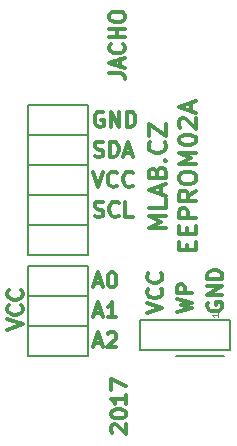
<source format=gbr>
G04 #@! TF.GenerationSoftware,KiCad,Pcbnew,(2017-02-05 revision 431abcf)-makepkg*
G04 #@! TF.CreationDate,2017-03-21T18:12:11+01:00*
G04 #@! TF.ProjectId,EEPROM02A,454550524F4D3032412E6B696361645F,REV*
G04 #@! TF.FileFunction,Legend,Top*
G04 #@! TF.FilePolarity,Positive*
%FSLAX46Y46*%
G04 Gerber Fmt 4.6, Leading zero omitted, Abs format (unit mm)*
G04 Created by KiCad (PCBNEW (2017-02-05 revision 431abcf)-makepkg) date 03/21/17 18:12:11*
%MOMM*%
%LPD*%
G01*
G04 APERTURE LIST*
%ADD10C,0.150000*%
%ADD11C,0.200000*%
%ADD12C,0.300000*%
%ADD13C,0.050000*%
G04 APERTURE END LIST*
D10*
D11*
X14986000Y9398000D02*
X19050000Y9398000D01*
D12*
X17638000Y13885476D02*
X17576095Y13761666D01*
X17576095Y13575952D01*
X17638000Y13390238D01*
X17761809Y13266428D01*
X17885619Y13204523D01*
X18133238Y13142619D01*
X18318952Y13142619D01*
X18566571Y13204523D01*
X18690380Y13266428D01*
X18814190Y13390238D01*
X18876095Y13575952D01*
X18876095Y13699761D01*
X18814190Y13885476D01*
X18752285Y13947380D01*
X18318952Y13947380D01*
X18318952Y13699761D01*
X18876095Y14504523D02*
X17576095Y14504523D01*
X18876095Y15247380D01*
X17576095Y15247380D01*
X18876095Y15866428D02*
X17576095Y15866428D01*
X17576095Y16175952D01*
X17638000Y16361666D01*
X17761809Y16485476D01*
X17885619Y16547380D01*
X18133238Y16609285D01*
X18318952Y16609285D01*
X18566571Y16547380D01*
X18690380Y16485476D01*
X18814190Y16361666D01*
X18876095Y16175952D01*
X18876095Y15866428D01*
X12496095Y13018809D02*
X13796095Y13452142D01*
X12496095Y13885476D01*
X13672285Y15061666D02*
X13734190Y14999761D01*
X13796095Y14814047D01*
X13796095Y14690238D01*
X13734190Y14504523D01*
X13610380Y14380714D01*
X13486571Y14318809D01*
X13238952Y14256904D01*
X13053238Y14256904D01*
X12805619Y14318809D01*
X12681809Y14380714D01*
X12558000Y14504523D01*
X12496095Y14690238D01*
X12496095Y14814047D01*
X12558000Y14999761D01*
X12619904Y15061666D01*
X13672285Y16361666D02*
X13734190Y16299761D01*
X13796095Y16114047D01*
X13796095Y15990238D01*
X13734190Y15804523D01*
X13610380Y15680714D01*
X13486571Y15618809D01*
X13238952Y15556904D01*
X13053238Y15556904D01*
X12805619Y15618809D01*
X12681809Y15680714D01*
X12558000Y15804523D01*
X12496095Y15990238D01*
X12496095Y16114047D01*
X12558000Y16299761D01*
X12619904Y16361666D01*
X9321095Y33303666D02*
X10249666Y33303666D01*
X10435380Y33241761D01*
X10559190Y33117952D01*
X10621095Y32932238D01*
X10621095Y32808428D01*
X10249666Y33860809D02*
X10249666Y34479857D01*
X10621095Y33737000D02*
X9321095Y34170333D01*
X10621095Y34603666D01*
X10497285Y35779857D02*
X10559190Y35717952D01*
X10621095Y35532238D01*
X10621095Y35408428D01*
X10559190Y35222714D01*
X10435380Y35098904D01*
X10311571Y35037000D01*
X10063952Y34975095D01*
X9878238Y34975095D01*
X9630619Y35037000D01*
X9506809Y35098904D01*
X9383000Y35222714D01*
X9321095Y35408428D01*
X9321095Y35532238D01*
X9383000Y35717952D01*
X9444904Y35779857D01*
X10621095Y36337000D02*
X9321095Y36337000D01*
X9940142Y36337000D02*
X9940142Y37079857D01*
X10621095Y37079857D02*
X9321095Y37079857D01*
X9321095Y37946523D02*
X9321095Y38194142D01*
X9383000Y38317952D01*
X9506809Y38441761D01*
X9754428Y38503666D01*
X10187761Y38503666D01*
X10435380Y38441761D01*
X10559190Y38317952D01*
X10621095Y38194142D01*
X10621095Y37946523D01*
X10559190Y37822714D01*
X10435380Y37698904D01*
X10187761Y37637000D01*
X9754428Y37637000D01*
X9506809Y37698904D01*
X9383000Y37822714D01*
X9321095Y37946523D01*
X14135571Y20189571D02*
X12635571Y20189571D01*
X13707000Y20689571D01*
X12635571Y21189571D01*
X14135571Y21189571D01*
X14135571Y22618142D02*
X14135571Y21903857D01*
X12635571Y21903857D01*
X13707000Y23046714D02*
X13707000Y23761000D01*
X14135571Y22903857D02*
X12635571Y23403857D01*
X14135571Y23903857D01*
X13349857Y24903857D02*
X13421285Y25118142D01*
X13492714Y25189571D01*
X13635571Y25261000D01*
X13849857Y25261000D01*
X13992714Y25189571D01*
X14064142Y25118142D01*
X14135571Y24975285D01*
X14135571Y24403857D01*
X12635571Y24403857D01*
X12635571Y24903857D01*
X12707000Y25046714D01*
X12778428Y25118142D01*
X12921285Y25189571D01*
X13064142Y25189571D01*
X13207000Y25118142D01*
X13278428Y25046714D01*
X13349857Y24903857D01*
X13349857Y24403857D01*
X13992714Y25903857D02*
X14064142Y25975285D01*
X14135571Y25903857D01*
X14064142Y25832428D01*
X13992714Y25903857D01*
X14135571Y25903857D01*
X13992714Y27475285D02*
X14064142Y27403857D01*
X14135571Y27189571D01*
X14135571Y27046714D01*
X14064142Y26832428D01*
X13921285Y26689571D01*
X13778428Y26618142D01*
X13492714Y26546714D01*
X13278428Y26546714D01*
X12992714Y26618142D01*
X12849857Y26689571D01*
X12707000Y26832428D01*
X12635571Y27046714D01*
X12635571Y27189571D01*
X12707000Y27403857D01*
X12778428Y27475285D01*
X12635571Y27975285D02*
X12635571Y28975285D01*
X14135571Y27975285D01*
X14135571Y28975285D01*
X15899857Y18296714D02*
X15899857Y18796714D01*
X16685571Y19011000D02*
X16685571Y18296714D01*
X15185571Y18296714D01*
X15185571Y19011000D01*
X15899857Y19653857D02*
X15899857Y20153857D01*
X16685571Y20368142D02*
X16685571Y19653857D01*
X15185571Y19653857D01*
X15185571Y20368142D01*
X16685571Y21011000D02*
X15185571Y21011000D01*
X15185571Y21582428D01*
X15257000Y21725285D01*
X15328428Y21796714D01*
X15471285Y21868142D01*
X15685571Y21868142D01*
X15828428Y21796714D01*
X15899857Y21725285D01*
X15971285Y21582428D01*
X15971285Y21011000D01*
X16685571Y23368142D02*
X15971285Y22868142D01*
X16685571Y22511000D02*
X15185571Y22511000D01*
X15185571Y23082428D01*
X15257000Y23225285D01*
X15328428Y23296714D01*
X15471285Y23368142D01*
X15685571Y23368142D01*
X15828428Y23296714D01*
X15899857Y23225285D01*
X15971285Y23082428D01*
X15971285Y22511000D01*
X15185571Y24296714D02*
X15185571Y24582428D01*
X15257000Y24725285D01*
X15399857Y24868142D01*
X15685571Y24939571D01*
X16185571Y24939571D01*
X16471285Y24868142D01*
X16614142Y24725285D01*
X16685571Y24582428D01*
X16685571Y24296714D01*
X16614142Y24153857D01*
X16471285Y24011000D01*
X16185571Y23939571D01*
X15685571Y23939571D01*
X15399857Y24011000D01*
X15257000Y24153857D01*
X15185571Y24296714D01*
X16685571Y25582428D02*
X15185571Y25582428D01*
X16257000Y26082428D01*
X15185571Y26582428D01*
X16685571Y26582428D01*
X15185571Y27582428D02*
X15185571Y27725285D01*
X15257000Y27868142D01*
X15328428Y27939571D01*
X15471285Y28011000D01*
X15757000Y28082428D01*
X16114142Y28082428D01*
X16399857Y28011000D01*
X16542714Y27939571D01*
X16614142Y27868142D01*
X16685571Y27725285D01*
X16685571Y27582428D01*
X16614142Y27439571D01*
X16542714Y27368142D01*
X16399857Y27296714D01*
X16114142Y27225285D01*
X15757000Y27225285D01*
X15471285Y27296714D01*
X15328428Y27368142D01*
X15257000Y27439571D01*
X15185571Y27582428D01*
X15328428Y28653857D02*
X15257000Y28725285D01*
X15185571Y28868142D01*
X15185571Y29225285D01*
X15257000Y29368142D01*
X15328428Y29439571D01*
X15471285Y29511000D01*
X15614142Y29511000D01*
X15828428Y29439571D01*
X16685571Y28582428D01*
X16685571Y29511000D01*
X16257000Y30082428D02*
X16257000Y30796714D01*
X16685571Y29939571D02*
X15185571Y30439571D01*
X16685571Y30939571D01*
X15036095Y13080714D02*
X16336095Y13390238D01*
X15407523Y13637857D01*
X16336095Y13885476D01*
X15036095Y14195000D01*
X16336095Y14690238D02*
X15036095Y14690238D01*
X15036095Y15185476D01*
X15098000Y15309285D01*
X15159904Y15371190D01*
X15283714Y15433095D01*
X15469428Y15433095D01*
X15593238Y15371190D01*
X15655142Y15309285D01*
X15717047Y15185476D01*
X15717047Y14690238D01*
X8062619Y10451333D02*
X8681666Y10451333D01*
X7938809Y10079904D02*
X8372142Y11379904D01*
X8805476Y10079904D01*
X9176904Y11256095D02*
X9238809Y11318000D01*
X9362619Y11379904D01*
X9672142Y11379904D01*
X9795952Y11318000D01*
X9857857Y11256095D01*
X9919761Y11132285D01*
X9919761Y11008476D01*
X9857857Y10822761D01*
X9115000Y10079904D01*
X9919761Y10079904D01*
X8062619Y12991333D02*
X8681666Y12991333D01*
X7938809Y12619904D02*
X8372142Y13919904D01*
X8805476Y12619904D01*
X9919761Y12619904D02*
X9176904Y12619904D01*
X9548333Y12619904D02*
X9548333Y13919904D01*
X9424523Y13734190D01*
X9300714Y13610380D01*
X9176904Y13548476D01*
X8062619Y15531333D02*
X8681666Y15531333D01*
X7938809Y15159904D02*
X8372142Y16459904D01*
X8805476Y15159904D01*
X9486428Y16459904D02*
X9610238Y16459904D01*
X9734047Y16398000D01*
X9795952Y16336095D01*
X9857857Y16212285D01*
X9919761Y15964666D01*
X9919761Y15655142D01*
X9857857Y15407523D01*
X9795952Y15283714D01*
X9734047Y15221809D01*
X9610238Y15159904D01*
X9486428Y15159904D01*
X9362619Y15221809D01*
X9300714Y15283714D01*
X9238809Y15407523D01*
X9176904Y15655142D01*
X9176904Y15964666D01*
X9238809Y16212285D01*
X9300714Y16336095D01*
X9362619Y16398000D01*
X9486428Y16459904D01*
X685095Y11601666D02*
X1985095Y12035000D01*
X685095Y12468333D01*
X1861285Y13644523D02*
X1923190Y13582619D01*
X1985095Y13396904D01*
X1985095Y13273095D01*
X1923190Y13087380D01*
X1799380Y12963571D01*
X1675571Y12901666D01*
X1427952Y12839761D01*
X1242238Y12839761D01*
X994619Y12901666D01*
X870809Y12963571D01*
X747000Y13087380D01*
X685095Y13273095D01*
X685095Y13396904D01*
X747000Y13582619D01*
X808904Y13644523D01*
X1861285Y14944523D02*
X1923190Y14882619D01*
X1985095Y14696904D01*
X1985095Y14573095D01*
X1923190Y14387380D01*
X1799380Y14263571D01*
X1675571Y14201666D01*
X1427952Y14139761D01*
X1242238Y14139761D01*
X994619Y14201666D01*
X870809Y14263571D01*
X747000Y14387380D01*
X685095Y14573095D01*
X685095Y14696904D01*
X747000Y14882619D01*
X808904Y14944523D01*
X8062619Y21190809D02*
X8248333Y21128904D01*
X8557857Y21128904D01*
X8681666Y21190809D01*
X8743571Y21252714D01*
X8805476Y21376523D01*
X8805476Y21500333D01*
X8743571Y21624142D01*
X8681666Y21686047D01*
X8557857Y21747952D01*
X8310238Y21809857D01*
X8186428Y21871761D01*
X8124523Y21933666D01*
X8062619Y22057476D01*
X8062619Y22181285D01*
X8124523Y22305095D01*
X8186428Y22367000D01*
X8310238Y22428904D01*
X8619761Y22428904D01*
X8805476Y22367000D01*
X10105476Y21252714D02*
X10043571Y21190809D01*
X9857857Y21128904D01*
X9734047Y21128904D01*
X9548333Y21190809D01*
X9424523Y21314619D01*
X9362619Y21438428D01*
X9300714Y21686047D01*
X9300714Y21871761D01*
X9362619Y22119380D01*
X9424523Y22243190D01*
X9548333Y22367000D01*
X9734047Y22428904D01*
X9857857Y22428904D01*
X10043571Y22367000D01*
X10105476Y22305095D01*
X11281666Y21128904D02*
X10662619Y21128904D01*
X10662619Y22428904D01*
X7938809Y24968904D02*
X8372142Y23668904D01*
X8805476Y24968904D01*
X9981666Y23792714D02*
X9919761Y23730809D01*
X9734047Y23668904D01*
X9610238Y23668904D01*
X9424523Y23730809D01*
X9300714Y23854619D01*
X9238809Y23978428D01*
X9176904Y24226047D01*
X9176904Y24411761D01*
X9238809Y24659380D01*
X9300714Y24783190D01*
X9424523Y24907000D01*
X9610238Y24968904D01*
X9734047Y24968904D01*
X9919761Y24907000D01*
X9981666Y24845095D01*
X11281666Y23792714D02*
X11219761Y23730809D01*
X11034047Y23668904D01*
X10910238Y23668904D01*
X10724523Y23730809D01*
X10600714Y23854619D01*
X10538809Y23978428D01*
X10476904Y24226047D01*
X10476904Y24411761D01*
X10538809Y24659380D01*
X10600714Y24783190D01*
X10724523Y24907000D01*
X10910238Y24968904D01*
X11034047Y24968904D01*
X11219761Y24907000D01*
X11281666Y24845095D01*
X8805476Y29987000D02*
X8681666Y30048904D01*
X8495952Y30048904D01*
X8310238Y29987000D01*
X8186428Y29863190D01*
X8124523Y29739380D01*
X8062619Y29491761D01*
X8062619Y29306047D01*
X8124523Y29058428D01*
X8186428Y28934619D01*
X8310238Y28810809D01*
X8495952Y28748904D01*
X8619761Y28748904D01*
X8805476Y28810809D01*
X8867380Y28872714D01*
X8867380Y29306047D01*
X8619761Y29306047D01*
X9424523Y28748904D02*
X9424523Y30048904D01*
X10167380Y28748904D01*
X10167380Y30048904D01*
X10786428Y28748904D02*
X10786428Y30048904D01*
X11095952Y30048904D01*
X11281666Y29987000D01*
X11405476Y29863190D01*
X11467380Y29739380D01*
X11529285Y29491761D01*
X11529285Y29306047D01*
X11467380Y29058428D01*
X11405476Y28934619D01*
X11281666Y28810809D01*
X11095952Y28748904D01*
X10786428Y28748904D01*
X8062619Y26270809D02*
X8248333Y26208904D01*
X8557857Y26208904D01*
X8681666Y26270809D01*
X8743571Y26332714D01*
X8805476Y26456523D01*
X8805476Y26580333D01*
X8743571Y26704142D01*
X8681666Y26766047D01*
X8557857Y26827952D01*
X8310238Y26889857D01*
X8186428Y26951761D01*
X8124523Y27013666D01*
X8062619Y27137476D01*
X8062619Y27261285D01*
X8124523Y27385095D01*
X8186428Y27447000D01*
X8310238Y27508904D01*
X8619761Y27508904D01*
X8805476Y27447000D01*
X9362619Y26208904D02*
X9362619Y27508904D01*
X9672142Y27508904D01*
X9857857Y27447000D01*
X9981666Y27323190D01*
X10043571Y27199380D01*
X10105476Y26951761D01*
X10105476Y26766047D01*
X10043571Y26518428D01*
X9981666Y26394619D01*
X9857857Y26270809D01*
X9672142Y26208904D01*
X9362619Y26208904D01*
X10600714Y26580333D02*
X11219761Y26580333D01*
X10476904Y26208904D02*
X10910238Y27508904D01*
X11343571Y26208904D01*
X9571904Y2851428D02*
X9510000Y2913333D01*
X9448095Y3037142D01*
X9448095Y3346666D01*
X9510000Y3470476D01*
X9571904Y3532380D01*
X9695714Y3594285D01*
X9819523Y3594285D01*
X10005238Y3532380D01*
X10748095Y2789523D01*
X10748095Y3594285D01*
X9448095Y4399047D02*
X9448095Y4522857D01*
X9510000Y4646666D01*
X9571904Y4708571D01*
X9695714Y4770476D01*
X9943333Y4832380D01*
X10252857Y4832380D01*
X10500476Y4770476D01*
X10624285Y4708571D01*
X10686190Y4646666D01*
X10748095Y4522857D01*
X10748095Y4399047D01*
X10686190Y4275238D01*
X10624285Y4213333D01*
X10500476Y4151428D01*
X10252857Y4089523D01*
X9943333Y4089523D01*
X9695714Y4151428D01*
X9571904Y4213333D01*
X9510000Y4275238D01*
X9448095Y4399047D01*
X10748095Y6070476D02*
X10748095Y5327619D01*
X10748095Y5699047D02*
X9448095Y5699047D01*
X9633809Y5575238D01*
X9757619Y5451428D01*
X9819523Y5327619D01*
X9448095Y6503809D02*
X9448095Y7370476D01*
X10748095Y6813333D01*
D10*
X19558000Y12446000D02*
X19558000Y9906000D01*
X19558000Y9906000D02*
X11938000Y9906000D01*
X11938000Y9906000D02*
X11938000Y12446000D01*
X11938000Y12446000D02*
X19558000Y12446000D01*
X2413000Y30607000D02*
X7493000Y30607000D01*
X7493000Y30607000D02*
X7493000Y28067000D01*
X7493000Y28067000D02*
X2413000Y28067000D01*
X2413000Y28067000D02*
X2413000Y30607000D01*
X2413000Y28067000D02*
X7493000Y28067000D01*
X7493000Y28067000D02*
X7493000Y25527000D01*
X7493000Y25527000D02*
X2413000Y25527000D01*
X2413000Y25527000D02*
X2413000Y28067000D01*
X2413000Y22987000D02*
X2413000Y25527000D01*
X7493000Y22987000D02*
X2413000Y22987000D01*
X7493000Y25527000D02*
X7493000Y22987000D01*
X2413000Y25527000D02*
X7493000Y25527000D01*
X2413000Y22987000D02*
X7493000Y22987000D01*
X7493000Y22987000D02*
X7493000Y20447000D01*
X7493000Y20447000D02*
X2413000Y20447000D01*
X2413000Y20447000D02*
X2413000Y22987000D01*
X2413000Y17907000D02*
X2413000Y20447000D01*
X7493000Y17907000D02*
X2413000Y17907000D01*
X7493000Y20447000D02*
X7493000Y17907000D01*
X2413000Y20447000D02*
X7493000Y20447000D01*
X7493000Y17018000D02*
X7493000Y14478000D01*
X2413000Y17018000D02*
X7493000Y17018000D01*
X2413000Y14478000D02*
X2413000Y17018000D01*
X7493000Y14478000D02*
X2413000Y14478000D01*
X7493000Y11938000D02*
X2413000Y11938000D01*
X2413000Y11938000D02*
X2413000Y14478000D01*
X2413000Y14478000D02*
X7493000Y14478000D01*
X7493000Y14478000D02*
X7493000Y11938000D01*
X7493000Y11938000D02*
X7493000Y9398000D01*
X2413000Y11938000D02*
X7493000Y11938000D01*
X2413000Y9398000D02*
X2413000Y11938000D01*
X7493000Y9398000D02*
X2413000Y9398000D01*
D13*
X18514190Y12969857D02*
X18514190Y12684142D01*
X18514190Y12827000D02*
X18014190Y12827000D01*
X18085619Y12779380D01*
X18133238Y12731761D01*
X18157047Y12684142D01*
M02*

</source>
